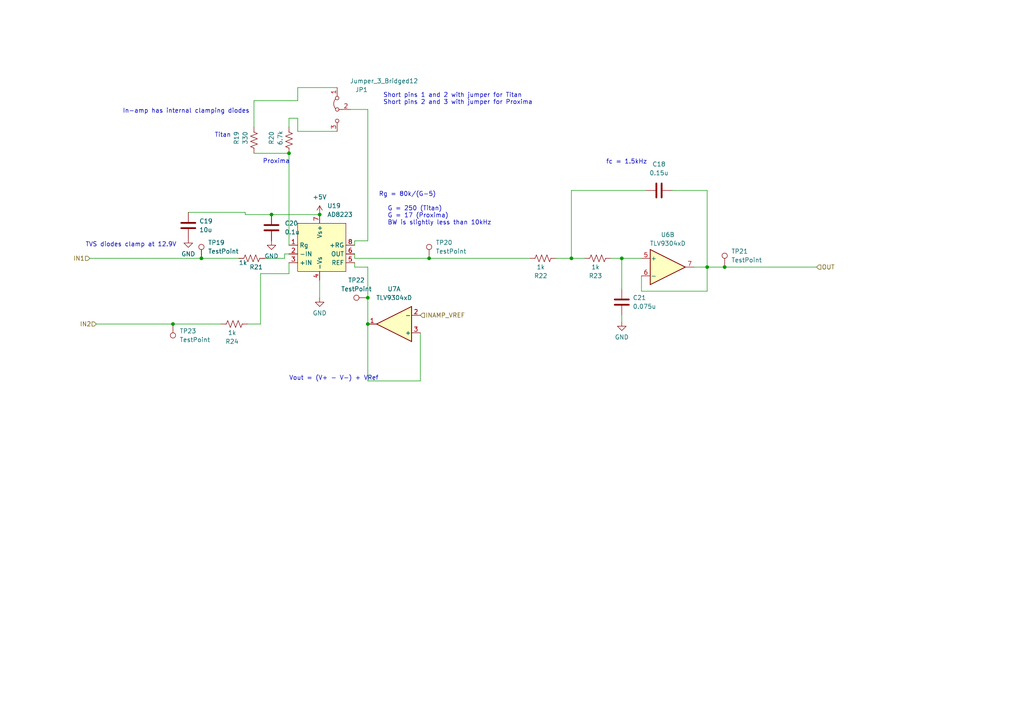
<source format=kicad_sch>
(kicad_sch (version 20230121) (generator eeschema)
  (paper "A4")
  (lib_symbols
    (symbol "AD8223_1"
      (property "Reference" "U" (at 10.16 6.35 0))
      (property "Value" "AD8223" (at 12.7 3.81 0))
      (symbol "AD8223_1_1_1"
        (rectangle (start -1.27 2.54) (end 12.7 -11.43) (fill (type background)))
        (pin passive line (at -3.81 -3.81 0) (length 2.54) (name "Rg") (number "1"))
        (pin passive line (at -3.81 -6.35 0) (length 2.54) (name "-IN") (number "2"))
        (pin passive line (at -3.81 -8.89 0) (length 2.54) (name "+IN") (number "3"))
        (pin power_in line (at 5.08 -13.97 90) (length 2.54) (name "-Vs") (number "4"))
        (pin passive line (at 15.24 -8.89 180) (length 2.54) (name "REF") (number "5"))
        (pin output line (at 15.24 -6.35 180) (length 2.54) (name "OUT") (number "6"))
        (pin power_in line (at 5.08 5.08 270) (length 2.54) (name "Vs+") (number "7"))
        (pin passive line (at 15.24 -3.81 180) (length 2.54) (name "+RG") (number "8"))
      )
    )
    (symbol "Amplifier_Operational:TLV9304xD" (pin_names (offset 0.127))
      (property "Reference" "U" (at 0 5.08 0))
      (property "Value" "TLV9304xD" (at 0 -5.08 0))
      (symbol "TLV9304xD_1_1"
        (polyline (pts (xy -5.08 5.08) (xy 5.08 0) (xy -5.08 -5.08) (xy -5.08 5.08)) (stroke (width 0.254)) (fill (type background)))
        (pin output line (at 7.62 0 180) (length 2.54) (name "~") (number "1"))
        (pin input line (at -7.62 -2.54 0) (length 2.54) (name "-") (number "2"))
        (pin input line (at -7.62 2.54 0) (length 2.54) (name "+") (number "3"))
      )
      (symbol "TLV9304xD_2_1"
        (polyline (pts (xy -5.08 5.08) (xy 5.08 0) (xy -5.08 -5.08) (xy -5.08 5.08)) (stroke (width 0.254)) (fill (type background)))
        (pin input line (at -7.62 2.54 0) (length 2.54) (name "+") (number "5"))
        (pin input line (at -7.62 -2.54 0) (length 2.54) (name "-") (number "6"))
        (pin output line (at 7.62 0 180) (length 2.54) (name "~") (number "7"))
      )
      (symbol "TLV9304xD_3_1"
        (polyline (pts (xy -5.08 5.08) (xy 5.08 0) (xy -5.08 -5.08) (xy -5.08 5.08)) (stroke (width 0.254)) (fill (type background)))
        (pin input line (at -7.62 2.54 0) (length 2.54) (name "+") (number "10"))
        (pin output line (at 7.62 0 180) (length 2.54) (name "~") (number "8"))
        (pin input line (at -7.62 -2.54 0) (length 2.54) (name "-") (number "9"))
      )
      (symbol "TLV9304xD_4_1"
        (polyline (pts (xy -5.08 5.08) (xy 5.08 0) (xy -5.08 -5.08) (xy -5.08 5.08)) (stroke (width 0.254)) (fill (type background)))
        (pin input line (at -7.62 2.54 0) (length 2.54) (name "+") (number "12"))
        (pin input line (at -7.62 -2.54 0) (length 2.54) (name "-") (number "13"))
        (pin output line (at 7.62 0 180) (length 2.54) (name "~") (number "14"))
      )
      (symbol "TLV9304xD_5_1"
        (pin power_in line (at -2.54 -7.62 90) (length 3.81) (name "V-") (number "11"))
        (pin power_in line (at -2.54 7.62 270) (length 3.81) (name "V+") (number "4"))
      )
    )
    (symbol "Connector:TestPoint" (pin_numbers hide) (pin_names (offset 0.762) hide)
      (property "Reference" "TP" (at 0 6.858 0))
      (property "Value" "TestPoint" (at 0 5.08 0))
      (symbol "TestPoint_0_1"
        (circle (center 0 3.302) (radius 0.762))
      )
      (symbol "TestPoint_1_1"
        (pin passive line (at 0 0 90) (length 2.54) (name "1") (number "1"))
      )
    )
    (symbol "Device:C" (pin_numbers hide) (pin_names (offset 0.254))
      (property "Reference" "C" (at 0.635 2.54 0))
      (property "Value" "C" (at 0.635 -2.54 0))
      (symbol "C_0_1"
        (polyline (pts (xy -2.032 -0.762) (xy 2.032 -0.762)) (stroke (width 0.508)))
        (polyline (pts (xy -2.032 0.762) (xy 2.032 0.762)) (stroke (width 0.508)))
      )
      (symbol "C_1_1"
        (pin passive line (at 0 3.81 270) (length 2.794) (name "~") (number "1"))
        (pin passive line (at 0 -3.81 90) (length 2.794) (name "~") (number "2"))
      )
    )
    (symbol "Device:R_US" (pin_numbers hide) (pin_names (offset 0))
      (property "Reference" "R" (at 2.54 0 90))
      (property "Value" "R_US" (at -2.54 0 90))
      (symbol "R_US_0_1"
        (polyline (pts (xy 0 -2.286) (xy 0 -2.54)))
        (polyline (pts (xy 0 2.286) (xy 0 2.54)))
        (polyline (pts (xy 0 -0.762) (xy 1.016 -1.143) (xy 0 -1.524) (xy -1.016 -1.905) (xy 0 -2.286)))
        (polyline (pts (xy 0 0.762) (xy 1.016 0.381) (xy 0 0) (xy -1.016 -0.381) (xy 0 -0.762)))
        (polyline (pts (xy 0 2.286) (xy 1.016 1.905) (xy 0 1.524) (xy -1.016 1.143) (xy 0 0.762)))
      )
      (symbol "R_US_1_1"
        (pin passive line (at 0 3.81 270) (length 1.27) (name "~") (number "1"))
        (pin passive line (at 0 -3.81 90) (length 1.27) (name "~") (number "2"))
      )
    )
    (symbol "Jumper:Jumper_3_Bridged12" (pin_names (offset 0) hide)
      (property "Reference" "JP" (at -2.54 -2.54 0))
      (property "Value" "Jumper_3_Bridged12" (at 0 2.794 0))
      (symbol "Jumper_3_Bridged12_0_0"
        (circle (center -3.302 0) (radius 0.508))
        (circle (center 0 0) (radius 0.508))
        (circle (center 3.302 0) (radius 0.508))
      )
      (symbol "Jumper_3_Bridged12_0_1"
        (arc (start -0.254 0.508) (mid -1.651 0.9912) (end -3.048 0.508))
        (polyline (pts (xy 0 -1.27) (xy 0 -0.508)))
      )
      (symbol "Jumper_3_Bridged12_1_1"
        (pin passive line (at -6.35 0 0) (length 2.54) (name "A") (number "1"))
        (pin passive line (at 0 -3.81 90) (length 2.54) (name "C") (number "2"))
        (pin passive line (at 6.35 0 180) (length 2.54) (name "B") (number "3"))
      )
    )
    (symbol "power:+5V" (power) (pin_names (offset 0))
      (property "Value" "+5V" (at 0 3.556 0))
      (symbol "+5V_0_1"
        (polyline (pts (xy -0.762 1.27) (xy 0 2.54)))
        (polyline (pts (xy 0 0) (xy 0 2.54)))
        (polyline (pts (xy 0 2.54) (xy 0.762 1.27)))
      )
      (symbol "+5V_1_1"
        (pin power_in line (at 0 0 90) (length 0) hide (name "+5V") (number "1"))
      )
    )
    (symbol "power:GND" (power) (pin_names (offset 0))
      (property "Value" "GND" (at 0 -3.81 0))
      (symbol "GND_0_1"
        (polyline (pts (xy 0 0) (xy 0 -1.27) (xy 1.27 -1.27) (xy 0 -2.54) (xy -1.27 -1.27) (xy 0 -1.27)))
      )
      (symbol "GND_1_1"
        (pin power_in line (at 0 0 270) (length 0) hide (name "GND") (number "1"))
      )
    )
  )
  (junction (at 210.185 77.47))
  (junction (at 124.46 74.93))
  (junction (at 180.34 74.93))
  (junction (at 92.71 62.23))
  (junction (at 83.82 44.45))
  (junction (at 50.165 93.98))
  (junction (at 58.42 74.93))
  (junction (at 78.74 62.23))
  (junction (at 106.68 86.36))
  (junction (at 106.68 93.98))
  (junction (at 165.735 74.93))
  (junction (at 205.105 77.47))
  (wire (pts (xy 165.735 55.245) (xy 165.735 74.93)))
  (wire (pts (xy 71.12 62.23) (xy 78.74 62.23)))
  (wire (pts (xy 102.87 69.85) (xy 106.68 69.85)))
  (wire (pts (xy 86.36 29.21) (xy 73.66 29.21)))
  (wire (pts (xy 75.565 93.98) (xy 75.565 79.375)))
  (wire (pts (xy 75.565 79.375) (xy 83.82 79.375)))
  (wire (pts (xy 186.055 84.455) (xy 205.105 84.455)))
  (wire (pts (xy 106.68 86.36) (xy 106.68 93.98)))
  (wire (pts (xy 27.94 93.98) (xy 50.165 93.98)))
  (wire (pts (xy 201.295 77.47) (xy 205.105 77.47)))
  (wire (pts (xy 186.055 80.01) (xy 186.055 84.455)))
  (wire (pts (xy 82.55 74.93) (xy 76.835 74.93)))
  (wire (pts (xy 210.185 77.47) (xy 236.855 77.47)))
  (wire (pts (xy 82.55 73.66) (xy 83.82 73.66)))
  (wire (pts (xy 97.79 25.4) (xy 86.36 25.4)))
  (wire (pts (xy 86.36 38.1) (xy 86.36 34.29)))
  (wire (pts (xy 194.945 55.245) (xy 205.105 55.245)))
  (wire (pts (xy 180.34 83.82) (xy 180.34 74.93)))
  (wire (pts (xy 86.36 25.4) (xy 86.36 29.21)))
  (wire (pts (xy 106.68 86.36) (xy 106.68 77.47)))
  (wire (pts (xy 83.82 44.45) (xy 83.82 71.12)))
  (wire (pts (xy 86.36 34.29) (xy 83.82 34.29)))
  (wire (pts (xy 69.215 74.93) (xy 58.42 74.93)))
  (wire (pts (xy 83.82 76.2) (xy 83.82 79.375)))
  (wire (pts (xy 50.165 93.98) (xy 64.135 93.98)))
  (wire (pts (xy 106.68 31.75) (xy 101.6 31.75)))
  (wire (pts (xy 180.34 91.44) (xy 180.34 93.345)))
  (wire (pts (xy 161.29 74.93) (xy 165.735 74.93)))
  (wire (pts (xy 124.46 74.93) (xy 153.67 74.93)))
  (wire (pts (xy 106.68 110.49) (xy 121.92 110.49)))
  (wire (pts (xy 106.68 69.85) (xy 106.68 31.75)))
  (wire (pts (xy 102.87 69.85) (xy 102.87 71.12)))
  (wire (pts (xy 205.105 84.455) (xy 205.105 77.47)))
  (wire (pts (xy 165.735 74.93) (xy 169.545 74.93)))
  (wire (pts (xy 205.105 77.47) (xy 210.185 77.47)))
  (wire (pts (xy 187.325 55.245) (xy 165.735 55.245)))
  (wire (pts (xy 124.46 74.93) (xy 102.87 74.93)))
  (wire (pts (xy 83.82 34.29) (xy 83.82 36.83)))
  (wire (pts (xy 106.68 77.47) (xy 102.87 77.47)))
  (wire (pts (xy 121.92 110.49) (xy 121.92 96.52)))
  (wire (pts (xy 92.71 81.28) (xy 92.71 86.36)))
  (wire (pts (xy 205.105 55.245) (xy 205.105 77.47)))
  (wire (pts (xy 82.55 73.66) (xy 82.55 74.93)))
  (wire (pts (xy 97.79 38.1) (xy 86.36 38.1)))
  (wire (pts (xy 73.66 29.21) (xy 73.66 36.83)))
  (wire (pts (xy 102.87 74.93) (xy 102.87 73.66)))
  (wire (pts (xy 177.165 74.93) (xy 180.34 74.93)))
  (wire (pts (xy 71.12 61.595) (xy 71.12 62.23)))
  (wire (pts (xy 78.74 62.23) (xy 92.71 62.23)))
  (wire (pts (xy 71.755 93.98) (xy 75.565 93.98)))
  (wire (pts (xy 106.68 93.98) (xy 106.68 110.49)))
  (wire (pts (xy 102.87 76.2) (xy 102.87 77.47)))
  (wire (pts (xy 71.12 61.595) (xy 54.61 61.595)))
  (wire (pts (xy 26.035 74.93) (xy 58.42 74.93)))
  (wire (pts (xy 73.66 44.45) (xy 83.82 44.45)))
  (wire (pts (xy 180.34 74.93) (xy 186.055 74.93)))
  (text "Rg = 80k/(G-5)" (at 109.855 57.15 0) (effects (font (size 1.27 1.27)) (justify left bottom)))
  (text "Proxima" (at 76.2 47.625 0) (effects (font (size 1.27 1.27)) (justify left bottom)))
  (text "Titan\n" (at 62.23 40.005 0) (effects (font (size 1.27 1.27)) (justify left bottom)))
  (text "fc = 1.5kHz\n" (at 175.768 47.752 0) (effects (font (size 1.27 1.27)) (justify left bottom)))
  (text "Vout = (V+ - V-) + VRef" (at 83.82 110.49 0) (effects (font (size 1.27 1.27)) (justify left bottom)))
  (text "Short pins 1 and 2 with jumper for Titan\nShort pins 2 and 3 with jumper for Proxima" (at 111.125 30.48 0) (effects (font (size 1.27 1.27)) (justify left bottom)))
  (text "TVS diodes clamp at 12.9V\n" (at 24.765 71.755 0) (effects (font (size 1.27 1.27)) (justify left bottom)))
  (text "In-amp has internal clamping diodes\n" (at 35.56 33.02 0) (effects (font (size 1.27 1.27)) (justify left bottom)))
  (text "G = 250 (Titan)\nG = 17 (Proxima)\nBW is slightly less than 10kHz\n" (at 112.395 65.405 0) (effects (font (size 1.27 1.27)) (justify left bottom)))
  (hierarchical_label "IN1" (shape input) (at 26.035 74.93 180))
  (hierarchical_label "INAMP_VREF" (shape input) (at 121.92 91.44 0))
  (hierarchical_label "IN2" (shape input) (at 27.94 93.98 180))
  (hierarchical_label "OUT" (shape input) (at 236.855 77.47 0))
  (symbol (lib_id "Amplifier_Operational:TLV9304xD") (at 114.3 93.98 180) (unit 1)
    (property "Reference" "U7" (at 114.3 83.82 0))
    (property "Value" "TLV9304xD" (at 114.3 86.36 0))
    (property "Footprint" "Package_SO:SO-14_3.9x8.65mm_P1.27mm" (effects hide))
    (property "Datasheet" "https://www.ti.com/lit/ds/symlink/tlv9304.pdf" (effects hide))
    (instances (project "karca_v2" (path "" (reference "U7") (unit 1)) (path "" (reference "U7") (unit 2)) (path "" (reference "U7") (unit 3)) (path "" (reference "U7") (unit 4))))
  )
  (symbol (lib_id "Jumper:Jumper_3_Bridged12") (at 97.79 31.75 90) (mirror x) (unit 1)
    (property "Reference" "JP1" (at 106.68 26.035 90) (effects (justify left)))
    (property "Value" "Jumper_3_Bridged12" (at 121.285 23.495 90) (effects (justify left)))
    (property "Footprint" "Connector_PinHeader_2.00mm:PinHeader_1x03_P2.00mm_Vertical" (effects hide))
    (instances (project "karca_v2" (path "" (reference "JP1") (unit 1)) (path "" (reference "JP2") (unit 1)) (path "" (reference "JP3") (unit 1)) (path "" (reference "JP4") (unit 1))))
  )
  (symbol (lib_id "Device:C") (at 191.135 55.245 270) (unit 1)
    (property "Reference" "C18" (at 191.135 47.625 90))
    (property "Value" "0.15u" (at 191.135 50.165 90))
    (property "Footprint" "Capacitor_SMD:C_1206_3216Metric" (effects hide))
    (instances (project "karca_v2" (path "" (reference "C18") (unit 1)) (path "" (reference "C22") (unit 1)) (path "" (reference "C26") (unit 1)) (path "" (reference "C30") (unit 1))))
  )
  (symbol (lib_id "power:GND") (at 54.61 69.215 0) (mirror y) (unit 1)
    (property "Reference" "#PWR074" (effects hide))
    (property "Value" "GND" (at 54.61 73.66 0))
    (instances (project "karca_v2" (path "" (reference "#PWR074") (unit 1)) (path "" (reference "#PWR081") (unit 1)) (path "" (reference "#PWR088") (unit 1)) (path "" (reference "#PWR095") (unit 1))))
  )
  (symbol (lib_id "Device:R_US") (at 83.82 40.64 180) (unit 1)
    (property "Reference" "R20" (at 78.74 40.005 90))
    (property "Value" "6.7k" (at 81.28 40.005 90))
    (property "Footprint" "Resistor_SMD:R_1206_3216Metric" (effects hide))
    (instances (project "karca_v2" (path "" (reference "R20") (unit 1)) (path "" (reference "R26") (unit 1)) (path "" (reference "R32") (unit 1)) (path "" (reference "R38") (unit 1))))
  )
  (symbol (lib_id "power:+5V") (at 92.71 62.23 0) (unit 1)
    (property "Reference" "#PWR073" (effects hide))
    (property "Value" "+5V" (at 92.71 57.15 0))
    (instances (project "karca_v2" (path "" (reference "#PWR073") (unit 1)) (path "" (reference "#PWR080") (unit 1)) (path "" (reference "#PWR087") (unit 1)) (path "" (reference "#PWR094") (unit 1))))
  )
  (symbol (lib_id "Connector:TestPoint") (at 124.46 74.93 0) (unit 1)
    (property "Reference" "TP20" (at 126.365 70.358 0) (effects (justify left)))
    (property "Value" "TestPoint" (at 126.365 72.898 0) (effects (justify left)))
    (property "Footprint" "TestPoint:TestPoint_Pad_D2.0mm" (effects hide))
    (instances (project "karca_v2" (path "" (reference "TP20") (unit 1)) (path "" (reference "TP25") (unit 1)) (path "" (reference "TP30") (unit 1)) (path "" (reference "TP35") (unit 1))))
  )
  (symbol (lib_id "power:GND") (at 180.34 93.345 0) (mirror y) (unit 1)
    (property "Reference" "#PWR077" (effects hide))
    (property "Value" "GND" (at 180.34 97.79 0))
    (instances (project "karca_v2" (path "" (reference "#PWR077") (unit 1)) (path "" (reference "#PWR084") (unit 1)) (path "" (reference "#PWR091") (unit 1)) (path "" (reference "#PWR098") (unit 1))))
  )
  (symbol (lib_id "Amplifier_Operational:TLV9304xD") (at 193.675 77.47 0) (unit 2)
    (property "Reference" "U6" (at 193.675 68.072 0))
    (property "Value" "TLV9304xD" (at 193.675 70.612 0))
    (property "Footprint" "Package_SO:SO-14_3.9x8.65mm_P1.27mm" (effects hide))
    (property "Datasheet" "https://www.ti.com/lit/ds/symlink/tlv9304.pdf" (effects hide))
    (instances (project "karca_v2" (path "" (reference "U6") (unit 2)) (path "" (reference "U6") (unit 1)) (path "" (reference "U6") (unit 3)) (path "" (reference "U6") (unit 4))))
  )
  (symbol (lib_id "Device:C") (at 78.74 66.04 180) (unit 1)
    (property "Reference" "C20" (at 82.55 64.77 0) (effects (justify right)))
    (property "Value" "0.1u" (at 82.55 67.31 0) (effects (justify right)))
    (property "Footprint" "Capacitor_SMD:C_1206_3216Metric" (effects hide))
    (instances (project "karca_v2" (path "" (reference "C20") (unit 1)) (path "" (reference "C24") (unit 1)) (path "" (reference "C28") (unit 1)) (path "" (reference "C32") (unit 1))))
  )
  (symbol (lib_id "Connector:TestPoint") (at 106.68 86.36 90) (unit 1)
    (property "Reference" "TP22" (at 103.378 81.28 90))
    (property "Value" "TestPoint" (at 103.378 83.82 90))
    (property "Footprint" "TestPoint:TestPoint_Pad_D2.0mm" (effects hide))
    (instances (project "karca_v2" (path "" (reference "TP22") (unit 1)) (path "" (reference "TP27") (unit 1)) (path "" (reference "TP32") (unit 1)) (path "" (reference "TP37") (unit 1))))
  )
  (symbol (lib_id "Connector:TestPoint") (at 50.165 93.98 180) (unit 1)
    (property "Reference" "TP23" (at 52.07 96.012 0) (effects (justify right)))
    (property "Value" "TestPoint" (at 52.07 98.552 0) (effects (justify right)))
    (property "Footprint" "TestPoint:TestPoint_Pad_D2.0mm" (effects hide))
    (instances (project "karca_v2" (path "" (reference "TP23") (unit 1)) (path "" (reference "TP28") (unit 1)) (path "" (reference "TP33") (unit 1)) (path "" (reference "TP38") (unit 1))))
  )
  (symbol (lib_name "AD8223_1") (lib_id "karca_lib:AD8223") (at 87.63 67.31 0) (unit 1)
    (property "Reference" "U19" (at 94.9041 59.69 0) (effects (justify left)))
    (property "Value" "AD8223" (at 94.9041 62.23 0) (effects (justify left)))
    (property "Footprint" "Package_SO:SOIC-8_3.9x4.9mm_P1.27mm" (effects hide))
    (instances (project "karca_v2" (path "" (reference "U19") (unit 1)) (path "" (reference "U21") (unit 1)) (path "" (reference "U23") (unit 1)) (path "" (reference "U25") (unit 1))))
  )
  (symbol (lib_id "power:GND") (at 92.71 86.36 0) (unit 1)
    (property "Reference" "#PWR076" (effects hide))
    (property "Value" "GND" (at 92.71 90.805 0))
    (instances (project "karca_v2" (path "" (reference "#PWR076") (unit 1)) (path "" (reference "#PWR083") (unit 1)) (path "" (reference "#PWR090") (unit 1)) (path "" (reference "#PWR097") (unit 1))))
  )
  (symbol (lib_id "Connector:TestPoint") (at 210.185 77.47 0) (unit 1)
    (property "Reference" "TP21" (at 212.09 72.898 0) (effects (justify left)))
    (property "Value" "TestPoint" (at 212.09 75.438 0) (effects (justify left)))
    (property "Footprint" "TestPoint:TestPoint_Pad_D2.0mm" (effects hide))
    (instances (project "karca_v2" (path "" (reference "TP21") (unit 1)) (path "" (reference "TP26") (unit 1)) (path "" (reference "TP31") (unit 1)) (path "" (reference "TP36") (unit 1))))
  )
  (symbol (lib_id "Connector:TestPoint") (at 58.42 74.93 0) (unit 1)
    (property "Reference" "TP19" (at 60.325 70.358 0) (effects (justify left)))
    (property "Value" "TestPoint" (at 60.325 72.898 0) (effects (justify left)))
    (property "Footprint" "TestPoint:TestPoint_Pad_D2.0mm" (effects hide))
    (instances (project "karca_v2" (path "" (reference "TP19") (unit 1)) (path "" (reference "TP24") (unit 1)) (path "" (reference "TP29") (unit 1)) (path "" (reference "TP34") (unit 1))))
  )
  (symbol (lib_id "Device:C") (at 54.61 65.405 180) (unit 1)
    (property "Reference" "C19" (at 57.785 64.135 0) (effects (justify right)))
    (property "Value" "10u" (at 57.785 66.675 0) (effects (justify right)))
    (property "Footprint" "Capacitor_Tantalum_SMD:CP_EIA-3216-18_Kemet-A" (effects hide))
    (instances (project "karca_v2" (path "" (reference "C19") (unit 1)) (path "" (reference "C23") (unit 1)) (path "" (reference "C27") (unit 1)) (path "" (reference "C31") (unit 1))))
  )
  (symbol (lib_id "Device:C") (at 180.34 87.63 180) (unit 1)
    (property "Reference" "C21" (at 183.515 86.36 0) (effects (justify right)))
    (property "Value" "0.075u" (at 183.515 88.9 0) (effects (justify right)))
    (property "Footprint" "Capacitor_SMD:C_1206_3216Metric" (effects hide))
    (instances (project "karca_v2" (path "" (reference "C21") (unit 1)) (path "" (reference "C25") (unit 1)) (path "" (reference "C29") (unit 1)) (path "" (reference "C33") (unit 1))))
  )
  (symbol (lib_id "power:GND") (at 78.74 69.85 0) (unit 1)
    (property "Reference" "#PWR075" (effects hide))
    (property "Value" "GND" (at 78.74 74.295 0))
    (instances (project "karca_v2" (path "" (reference "#PWR075") (unit 1)) (path "" (reference "#PWR082") (unit 1)) (path "" (reference "#PWR089") (unit 1)) (path "" (reference "#PWR096") (unit 1))))
  )
  (symbol (lib_id "Device:R_US") (at 73.66 40.64 180) (unit 1)
    (property "Reference" "R19" (at 68.58 40.005 90))
    (property "Value" "330" (at 71.12 40.005 90))
    (property "Footprint" "Resistor_SMD:R_1206_3216Metric" (effects hide))
    (instances (project "karca_v2" (path "" (reference "R19") (unit 1)) (path "" (reference "R25") (unit 1)) (path "" (reference "R31") (unit 1)) (path "" (reference "R37") (unit 1))))
  )
  (symbol (lib_id "Device:R_US") (at 157.48 74.93 270) (unit 1)
    (property "Reference" "R22" (at 156.845 80.01 90))
    (property "Value" "1k" (at 156.845 77.47 90))
    (property "Footprint" "Resistor_SMD:R_1206_3216Metric" (effects hide))
    (instances (project "karca_v2" (path "" (reference "R22") (unit 1)) (path "" (reference "R28") (unit 1)) (path "" (reference "R34") (unit 1)) (path "" (reference "R40") (unit 1))))
  )
  (symbol (lib_id "Device:R_US") (at 73.025 74.93 270) (unit 1)
    (property "Reference" "R21" (at 74.295 77.47 90))
    (property "Value" "1k" (at 70.485 76.2 90))
    (property "Footprint" "Resistor_SMD:R_1206_3216Metric" (effects hide))
    (instances (project "karca_v2" (path "" (reference "R21") (unit 1)) (path "" (reference "R27") (unit 1)) (path "" (reference "R33") (unit 1)) (path "" (reference "R39") (unit 1))))
  )
  (symbol (lib_id "Device:R_US") (at 67.945 93.98 270) (unit 1)
    (property "Reference" "R24" (at 67.31 99.06 90))
    (property "Value" "1k" (at 67.31 96.52 90))
    (property "Footprint" "Resistor_SMD:R_1206_3216Metric" (effects hide))
    (instances (project "karca_v2" (path "" (reference "R24") (unit 1)) (path "" (reference "R30") (unit 1)) (path "" (reference "R36") (unit 1)) (path "" (reference "R42") (unit 1))))
  )
  (symbol (lib_id "Device:R_US") (at 173.355 74.93 270) (unit 1)
    (property "Reference" "R23" (at 172.72 80.01 90))
    (property "Value" "1k" (at 172.72 77.47 90))
    (property "Footprint" "Resistor_SMD:R_1206_3216Metric" (effects hide))
    (instances (project "karca_v2" (path "" (reference "R23") (unit 1)) (path "" (reference "R29") (unit 1)) (path "" (reference "R35") (unit 1)) (path "" (reference "R41") (unit 1))))
  )
)
</source>
